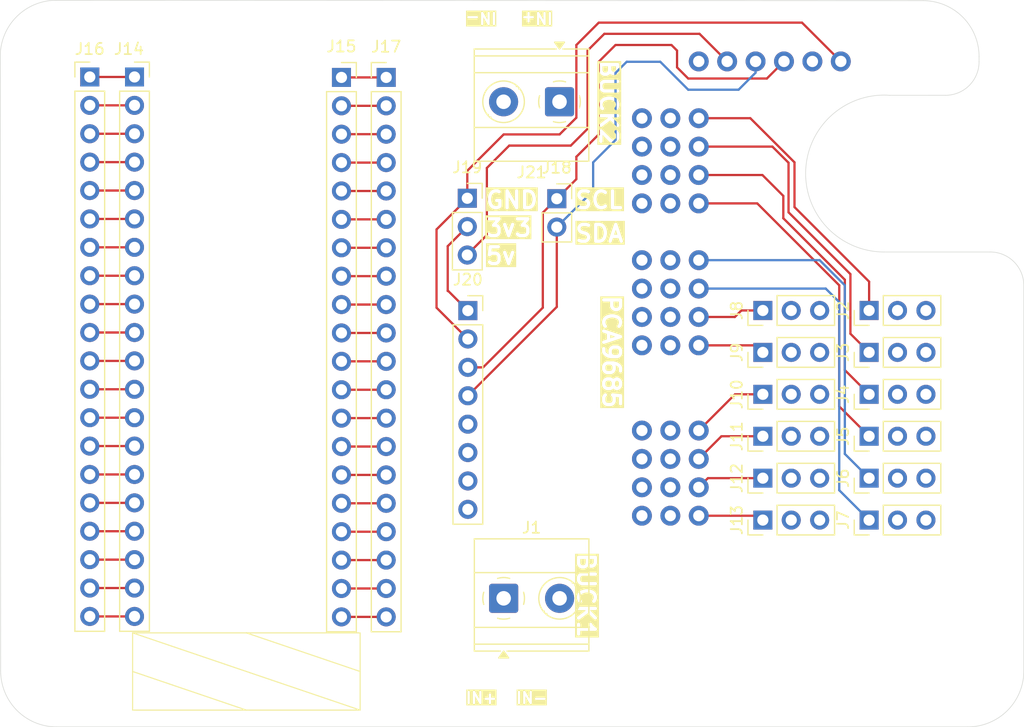
<source format=kicad_pcb>
(kicad_pcb (version 20241229) (generator "pcbnew") (generator_version "9.0")
  (layers (0 "F.Cu" signal) (4 "In1.Cu" signal) (6 "In2.Cu" signal) (2 "B.Cu" signal) (13 "F.Paste" user) (15 "B.Paste" user) (5 "F.SilkS" user "F.Silkscreen") (7 "B.SilkS" user "B.Silkscreen") (1 "F.Mask" user) (3 "B.Mask" user) (25 "Edge.Cuts" user))
  (net 0 "")
  (net 1 "/S1-GND")
  (net 2 "/S1-PWR")
  (net 3 "/PWM-0")
  (net 4 "/PWM-1")
  (net 5 "/PWM-2")
  (net 6 "/PWM-3")
  (net 7 "/PWM-4")
  (net 8 "/PWM-5")
  (net 9 "/PWM-6")
  (net 10 "/S2-PWR")
  (net 11 "/S2-GND")
  (net 12 "/PWM-7")
  (net 13 "/PWM-8")
  (net 14 "/PWM-9")
  (net 15 "/PWM-10")
  (net 16 "/PWM-11")
  (net 17 "/ESP-32Pin")
  (net 18 "/Global SDA")
  (net 19 "/Global SCL")
  (net 20 "/ESP32-5v")
  (net 21 "/ESP32-GND")
  (net 22 "/ESP32-3v3")
  (footprint "Connector_PinHeader_2.54mm:PinHeader_1x03_P2.54mm_Vertical" (layer "F.Cu") (at 146.17 88 90)
    (property "Reference" "J9" (at 0 -2.33 90) (layer "F.SilkS"))
    (property "Value" "Conn_01x03_MountingPin")
    (pad "1" thru_hole rect (at 0 0 90) (size 1.7 1.7) (drill 1) (layers "*.Cu" "*.Mask") (net 12 "/PWM-7"))
    (pad "2" thru_hole oval (at 0 2.54 90) (size 1.7 1.7) (drill 1) (layers "*.Cu" "*.Mask") (net 10 "/S2-PWR"))
    (pad "3" thru_hole oval (at 0 5.08 90) (size 1.7 1.7) (drill 1) (layers "*.Cu" "*.Mask") (net 11 "/S2-GND"))
  )
  (footprint "Connector_PinSocket_2.54mm:PinSocket_1x20_P2.54mm_Vertical" (layer "F.Cu") (at 90 63.36)
    (property "Reference" "J14" (at -0.5 -2.5 0) (layer "F.SilkS"))
    (property "Value" "Conn_01x20_Socket")
    (pad "1" thru_hole rect (at 0 0) (size 1.7 1.7) (drill 1) (layers "*.Cu" "*.Mask") (net 17 "/ESP-32Pin"))
    (pad "2" thru_hole oval (at 0 2.54) (size 1.7 1.7) (drill 1) (layers "*.Cu" "*.Mask") (net 17 "/ESP-32Pin"))
    (pad "3" thru_hole oval (at 0 5.08) (size 1.7 1.7) (drill 1) (layers "*.Cu" "*.Mask") (net 17 "/ESP-32Pin"))
    (pad "4" thru_hole oval (at 0 7.62) (size 1.7 1.7) (drill 1) (layers "*.Cu" "*.Mask") (net 17 "/ESP-32Pin"))
    (pad "5" thru_hole oval (at 0 10.16) (size 1.7 1.7) (drill 1) (layers "*.Cu" "*.Mask") (net 17 "/ESP-32Pin"))
    (pad "6" thru_hole oval (at 0 12.7) (size 1.7 1.7) (drill 1) (layers "*.Cu" "*.Mask") (net 17 "/ESP-32Pin"))
    (pad "7" thru_hole oval (at 0 15.24) (size 1.7 1.7) (drill 1) (layers "*.Cu" "*.Mask") (net 17 "/ESP-32Pin"))
    (pad "8" thru_hole oval (at 0 17.78) (size 1.7 1.7) (drill 1) (layers "*.Cu" "*.Mask") (net 17 "/ESP-32Pin"))
    (pad "9" thru_hole oval (at 0 20.32) (size 1.7 1.7) (drill 1) (layers "*.Cu" "*.Mask") (net 17 "/ESP-32Pin"))
    (pad "10" thru_hole oval (at 0 22.86) (size 1.7 1.7) (drill 1) (layers "*.Cu" "*.Mask") (net 17 "/ESP-32Pin"))
    (pad "11" thru_hole oval (at 0 25.4) (size 1.7 1.7) (drill 1) (layers "*.Cu" "*.Mask") (net 17 "/ESP-32Pin"))
    (pad "12" thru_hole oval (at 0 27.94) (size 1.7 1.7) (drill 1) (layers "*.Cu" "*.Mask") (net 17 "/ESP-32Pin"))
    (pad "13" thru_hole oval (at 0 30.48) (size 1.7 1.7) (drill 1) (layers "*.Cu" "*.Mask") (net 17 "/ESP-32Pin"))
    (pad "14" thru_hole oval (at 0 33.02) (size 1.7 1.7) (drill 1) (layers "*.Cu" "*.Mask") (net 17 "/ESP-32Pin"))
    (pad "15" thru_hole oval (at 0 35.56) (size 1.7 1.7) (drill 1) (layers "*.Cu" "*.Mask") (net 17 "/ESP-32Pin"))
    (pad "16" thru_hole oval (at 0 38.1) (size 1.7 1.7) (drill 1) (layers "*.Cu" "*.Mask") (net 17 "/ESP-32Pin"))
    (pad "17" thru_hole oval (at 0 40.64) (size 1.7 1.7) (drill 1) (layers "*.Cu" "*.Mask") (net 17 "/ESP-32Pin"))
    (pad "18" thru_hole oval (at 0 43.18) (size 1.7 1.7) (drill 1) (layers "*.Cu" "*.Mask") (net 17 "/ESP-32Pin"))
    (pad "19" thru_hole oval (at 0 45.72) (size 1.7 1.7) (drill 1) (layers "*.Cu" "*.Mask") (net 17 "/ESP-32Pin"))
    (pad "20" thru_hole oval (at 0 48.26) (size 1.7 1.7) (drill 1) (layers "*.Cu" "*.Mask") (net 17 "/ESP-32Pin"))
  )
  (footprint "Connector_PinHeader_2.54mm:PinHeader_1x03_P2.54mm_Vertical" (layer "F.Cu") (at 155.67 99.25 90)
    (property "Reference" "J6" (at 0 -2.33 90) (layer "F.SilkS"))
    (property "Value" "Conn_01x03_MountingPin")
    (pad "1" thru_hole rect (at 0 0 90) (size 1.7 1.7) (drill 1) (layers "*.Cu" "*.Mask") (net 7 "/PWM-4"))
    (pad "2" thru_hole oval (at 0 2.54 90) (size 1.7 1.7) (drill 1) (layers "*.Cu" "*.Mask") (net 2 "/S1-PWR"))
    (pad "3" thru_hole oval (at 0 5.08 90) (size 1.7 1.7) (drill 1) (layers "*.Cu" "*.Mask") (net 1 "/S1-GND"))
  )
  (footprint "Connector_PinSocket_2.54mm:PinSocket_1x02_P2.54mm_Vertical" (layer "F.Cu") (at 127.75 74.25)
    (property "Reference" "J18" (at 0 -2.77 0) (layer "F.SilkS"))
    (property "Value" "Conn_01x02_Pin")
    (pad "1" thru_hole rect (at 0 0) (size 1.7 1.7) (drill 1) (layers "*.Cu" "*.Mask") (net 19 "/Global SCL"))
    (pad "2" thru_hole oval (at 0 2.54) (size 1.7 1.7) (drill 1) (layers "*.Cu" "*.Mask") (net 18 "/Global SDA"))
  )
  (footprint "TerminalBlock_Phoenix:TerminalBlock_Phoenix_MKDS-1,5-2_1x02_P5.00mm_Horizontal" (layer "F.Cu") (at 127.993453 65.5775 180)
    (property "Reference" "J21" (at 2.5 -6.32 0) (layer "F.SilkS"))
    (property "Value" "Screw_Terminal_01x02")
    (pad "1" thru_hole roundrect (at 0 0 180) (size 2.6 2.6) (drill 1.3) (layers "*.Cu" "*.Mask") (roundrect_rratio 0.096154) (net 10 "/S2-PWR"))
    (pad "2" thru_hole circle (at 5 0 180) (size 2.6 2.6) (drill 1.3) (layers "*.Cu" "*.Mask") (net 11 "/S2-GND"))
  )
  (footprint "Connector_PinHeader_2.54mm:PinHeader_1x03_P2.54mm_Vertical" (layer "F.Cu") (at 155.67 91.75 90)
    (property "Reference" "J4" (at 0 -2.33 90) (layer "F.SilkS"))
    (property "Value" "Conn_01x03_MountingPin")
    (pad "1" thru_hole rect (at 0 0 90) (size 1.7 1.7) (drill 1) (layers "*.Cu" "*.Mask") (net 5 "/PWM-2"))
    (pad "2" thru_hole oval (at 0 2.54 90) (size 1.7 1.7) (drill 1) (layers "*.Cu" "*.Mask") (net 2 "/S1-PWR"))
    (pad "3" thru_hole oval (at 0 5.08 90) (size 1.7 1.7) (drill 1) (layers "*.Cu" "*.Mask") (net 1 "/S1-GND"))
  )
  (footprint "Connector_PinHeader_2.54mm:PinHeader_1x20_P2.54mm_Vertical" (layer "F.Cu") (at 112.5 63.4)
    (property "Reference" "J17" (at 0 -2.75 0) (layer "F.SilkS"))
    (property "Value" "Conn_01x20_Pin")
    (pad "1" thru_hole rect (at 0 0) (size 1.7 1.7) (drill 1) (layers "*.Cu" "*.Mask") (net 17 "/ESP-32Pin"))
    (pad "2" thru_hole oval (at 0 2.54) (size 1.7 1.7) (drill 1) (layers "*.Cu" "*.Mask") (net 17 "/ESP-32Pin"))
    (pad "3" thru_hole oval (at 0 5.08) (size 1.7 1.7) (drill 1) (layers "*.Cu" "*.Mask") (net 17 "/ESP-32Pin"))
    (pad "4" thru_hole oval (at 0 7.62) (size 1.7 1.7) (drill 1) (layers "*.Cu" "*.Mask") (net 17 "/ESP-32Pin"))
    (pad "5" thru_hole oval (at 0 10.16) (size 1.7 1.7) (drill 1) (layers "*.Cu" "*.Mask") (net 17 "/ESP-32Pin"))
    (pad "6" thru_hole oval (at 0 12.7) (size 1.7 1.7) (drill 1) (layers "*.Cu" "*.Mask") (net 17 "/ESP-32Pin"))
    (pad "7" thru_hole oval (at 0 15.24) (size 1.7 1.7) (drill 1) (layers "*.Cu" "*.Mask") (net 17 "/ESP-32Pin"))
    (pad "8" thru_hole oval (at 0 17.78) (size 1.7 1.7) (drill 1) (layers "*.Cu" "*.Mask") (net 17 "/ESP-32Pin"))
    (pad "9" thru_hole oval (at 0 20.32) (size 1.7 1.7) (drill 1) (layers "*.Cu" "*.Mask") (net 17 "/ESP-32Pin"))
    (pad "10" thru_hole oval (at 0 22.86) (size 1.7 1.7) (drill 1) (layers "*.Cu" "*.Mask") (net 17 "/ESP-32Pin"))
    (pad "11" thru_hole oval (at 0 25.4) (size 1.7 1.7) (drill 1) (layers "*.Cu" "*.Mask") (net 17 "/ESP-32Pin"))
    (pad "12" thru_hole oval (at 0 27.94) (size 1.7 1.7) (drill 1) (layers "*.Cu" "*.Mask") (net 17 "/ESP-32Pin"))
    (pad "13" thru_hole oval (at 0 30.48) (size 1.7 1.7) (drill 1) (layers "*.Cu" "*.Mask") (net 17 "/ESP-32Pin"))
    (pad "14" thru_hole oval (at 0 33.02) (size 1.7 1.7) (drill 1) (layers "*.Cu" "*.Mask") (net 17 "/ESP-32Pin"))
    (pad "15" thru_hole oval (at 0 35.56) (size 1.7 1.7) (drill 1) (layers "*.Cu" "*.Mask") (net 17 "/ESP-32Pin"))
    (pad "16" thru_hole oval (at 0 38.1) (size 1.7 1.7) (drill 1) (layers "*.Cu" "*.Mask") (net 17 "/ESP-32Pin"))
    (pad "17" thru_hole oval (at 0 40.64) (size 1.7 1.7) (drill 1) (layers "*.Cu" "*.Mask") (net 17 "/ESP-32Pin"))
    (pad "18" thru_hole oval (at 0 43.18) (size 1.7 1.7) (drill 1) (layers "*.Cu" "*.Mask") (net 17 "/ESP-32Pin"))
    (pad "19" thru_hole oval (at 0 45.72) (size 1.7 1.7) (drill 1) (layers "*.Cu" "*.Mask") (net 17 "/ESP-32Pin"))
    (pad "20" thru_hole oval (at 0 48.26) (size 1.7 1.7) (drill 1) (layers "*.Cu" "*.Mask") (net 17 "/ESP-32Pin"))
  )
  (footprint "Connector_PinHeader_2.54mm:PinHeader_1x03_P2.54mm_Vertical" (layer "F.Cu") (at 146.17 103 90)
    (property "Reference" "J13" (at 0 -2.33 90) (layer "F.SilkS"))
    (property "Value" "Conn_01x03_MountingPin")
    (pad "1" thru_hole rect (at 0 0 90) (size 1.7 1.7) (drill 1) (layers "*.Cu" "*.Mask") (net 16 "/PWM-11"))
    (pad "2" thru_hole oval (at 0 2.54 90) (size 1.7 1.7) (drill 1) (layers "*.Cu" "*.Mask") (net 10 "/S2-PWR"))
    (pad "3" thru_hole oval (at 0 5.08 90) (size 1.7 1.7) (drill 1) (layers "*.Cu" "*.Mask") (net 11 "/S2-GND"))
  )
  (footprint "Connector_PinHeader_2.54mm:PinHeader_1x03_P2.54mm_Vertical" (layer "F.Cu") (at 155.67 88 90)
    (property "Reference" "J3" (at 0 -2.33 90) (layer "F.SilkS"))
    (property "Value" "Conn_01x03_MountingPin")
    (pad "1" thru_hole rect (at 0 0 90) (size 1.7 1.7) (drill 1) (layers "*.Cu" "*.Mask") (net 4 "/PWM-1"))
    (pad "2" thru_hole oval (at 0 2.54 90) (size 1.7 1.7) (drill 1) (layers "*.Cu" "*.Mask") (net 2 "/S1-PWR"))
    (pad "3" thru_hole oval (at 0 5.08 90) (size 1.7 1.7) (drill 1) (layers "*.Cu" "*.Mask") (net 1 "/S1-GND"))
  )
  (footprint "Connector_PinSocket_2.54mm:PinSocket_1x20_P2.54mm_Vertical" (layer "F.Cu") (at 108.5 63.4)
    (property "Reference" "J15" (at 0 -2.77 0) (layer "F.SilkS"))
    (property "Value" "Conn_01x20_Socket")
    (pad "1" thru_hole rect (at 0 0) (size 1.7 1.7) (drill 1) (layers "*.Cu" "*.Mask") (net 17 "/ESP-32Pin"))
    (pad "2" thru_hole oval (at 0 2.54) (size 1.7 1.7) (drill 1) (layers "*.Cu" "*.Mask") (net 17 "/ESP-32Pin"))
    (pad "3" thru_hole oval (at 0 5.08) (size 1.7 1.7) (drill 1) (layers "*.Cu" "*.Mask") (net 17 "/ESP-32Pin"))
    (pad "4" thru_hole oval (at 0 7.62) (size 1.7 1.7) (drill 1) (layers "*.Cu" "*.Mask") (net 17 "/ESP-32Pin"))
    (pad "5" thru_hole oval (at 0 10.16) (size 1.7 1.7) (drill 1) (layers "*.Cu" "*.Mask") (net 17 "/ESP-32Pin"))
    (pad "6" thru_hole oval (at 0 12.7) (size 1.7 1.7) (drill 1) (layers "*.Cu" "*.Mask") (net 17 "/ESP-32Pin"))
    (pad "7" thru_hole oval (at 0 15.24) (size 1.7 1.7) (drill 1) (layers "*.Cu" "*.Mask") (net 17 "/ESP-32Pin"))
    (pad "8" thru_hole oval (at 0 17.78) (size 1.7 1.7) (drill 1) (layers "*.Cu" "*.Mask") (net 17 "/ESP-32Pin"))
    (pad "9" thru_hole oval (at 0 20.32) (size 1.7 1.7) (drill 1) (layers "*.Cu" "*.Mask") (net 17 "/ESP-32Pin"))
    (pad "10" thru_hole oval (at 0 22.86) (size 1.7 1.7) (drill 1) (layers "*.Cu" "*.Mask") (net 17 "/ESP-32Pin"))
    (pad "11" thru_hole oval (at 0 25.4) (size 1.7 1.7) (drill 1) (layers "*.Cu" "*.Mask") (net 17 "/ESP-32Pin"))
    (pad "12" thru_hole oval (at 0 27.94) (size 1.7 1.7) (drill 1) (layers "*.Cu" "*.Mask") (net 17 "/ESP-32Pin"))
    (pad "13" thru_hole oval (at 0 30.48) (size 1.7 1.7) (drill 1) (layers "*.Cu" "*.Mask") (net 17 "/ESP-32Pin"))
    (pad "14" thru_hole oval (at 0 33.02) (size 1.7 1.7) (drill 1) (layers "*.Cu" "*.Mask") (net 17 "/ESP-32Pin"))
    (pad "15" thru_hole oval (at 0 35.56) (size 1.7 1.7) (drill 1) (layers "*.Cu" "*.Mask") (net 17 "/ESP-32Pin"))
    (pad "16" thru_hole oval (at 0 38.1) (size 1.7 1.7) (drill 1) (layers "*.Cu" "*.Mask") (net 17 "/ESP-32Pin"))
    (pad "17" thru_hole oval (at 0 40.64) (size 1.7 1.7) (drill 1) (layers "*.Cu" "*.Mask") (net 17 "/ESP-32Pin"))
    (pad "18" thru_hole oval (at 0 43.18) (size 1.7 1.7) (drill 1) (layers "*.Cu" "*.Mask") (net 17 "/ESP-32Pin"))
    (pad "19" thru_hole oval (at 0 45.72) (size 1.7 1.7) (drill 1) (layers "*.Cu" "*.Mask") (net 17 "/ESP-32Pin"))
    (pad "20" thru_hole oval (at 0 48.26) (size 1.7 1.7) (drill 1) (layers "*.Cu" "*.Mask") (net 17 "/ESP-32Pin"))
  )
  (footprint "Connector_PinHeader_2.54mm:PinHeader_1x03_P2.54mm_Vertical" (layer "F.Cu") (at 146.17 95.5 90)
    (property "Reference" "J11" (at 0 -2.33 90) (layer "F.SilkS"))
    (property "Value" "Conn_01x03_MountingPin")
    (pad "1" thru_hole rect (at 0 0 90) (size 1.7 1.7) (drill 1) (layers "*.Cu" "*.Mask") (net 14 "/PWM-9"))
    (pad "2" thru_hole oval (at 0 2.54 90) (size 1.7 1.7) (drill 1) (layers "*.Cu" "*.Mask") (net 10 "/S2-PWR"))
    (pad "3" thru_hole oval (at 0 5.08 90) (size 1.7 1.7) (drill 1) (layers "*.Cu" "*.Mask") (net 11 "/S2-GND"))
  )
  (footprint "TerminalBlock_Phoenix:TerminalBlock_Phoenix_MKDS-1,5-2_1x02_P5.00mm_Horizontal" (layer "F.Cu") (at 123 110)
    (property "Reference" "J1" (at 2.5 -6.32 0) (layer "F.SilkS"))
    (property "Value" "Screw_Terminal_01x02")
    (pad "1" thru_hole roundrect (at 0 0) (size 2.6 2.6) (drill 1.3) (layers "*.Cu" "*.Mask") (roundrect_rratio 0.096154) (net 2 "/S1-PWR"))
    (pad "2" thru_hole circle (at 5 0) (size 2.6 2.6) (drill 1.3) (layers "*.Cu" "*.Mask") (net 1 "/S1-GND"))
  )
  (footprint "Connector_PinHeader_2.54mm:PinHeader_1x20_P2.54mm_Vertical" (layer "F.Cu") (at 86 63.36)
    (property "Reference" "J16" (at 0 -2.5 0) (layer "F.SilkS"))
    (property "Value" "Conn_01x20_Pin")
    (pad "1" thru_hole rect (at 0 0) (size 1.7 1.7) (drill 1) (layers "*.Cu" "*.Mask") (net 17 "/ESP-32Pin"))
    (pad "2" thru_hole oval (at 0 2.54) (size 1.7 1.7) (drill 1) (layers "*.Cu" "*.Mask") (net 17 "/ESP-32Pin"))
    (pad "3" thru_hole oval (at 0 5.08) (size 1.7 1.7) (drill 1) (layers "*.Cu" "*.Mask") (net 17 "/ESP-32Pin"))
    (pad "4" thru_hole oval (at 0 7.62) (size 1.7 1.7) (drill 1) (layers "*.Cu" "*.Mask") (net 17 "/ESP-32Pin"))
    (pad "5" thru_hole oval (at 0 10.16) (size 1.7 1.7) (drill 1) (layers "*.Cu" "*.Mask") (net 17 "/ESP-32Pin"))
    (pad "6" thru_hole oval (at 0 12.7) (size 1.7 1.7) (drill 1) (layers "*.Cu" "*.Mask") (net 17 "/ESP-32Pin"))
    (pad "7" thru_hole oval (at 0 15.24) (size 1.7 1.7) (drill 1) (layers "*.Cu" "*.Mask") (net 17 "/ESP-32Pin"))
    (pad "8" thru_hole oval (at 0 17.78) (size 1.7 1.7) (drill 1) (layers "*.Cu" "*.Mask") (net 17 "/ESP-32Pin"))
    (pad "9" thru_hole oval (at 0 20.32) (size 1.7 1.7) (drill 1) (layers "*.Cu" "*.Mask") (net 17 "/ESP-32Pin"))
    (pad "10" thru_hole oval (at 0 22.86) (size 1.7 1.7) (drill 1) (layers "*.Cu" "*.Mask") (net 17 "/ESP-32Pin"))
    (pad "11" thru_hole oval (at 0 25.4) (size 1.7 1.7) (drill 1) (layers "*.Cu" "*.Mask") (net 17 "/ESP-32Pin"))
    (pad "12" thru_hole oval (at 0 27.94) (size 1.7 1.7) (drill 1) (layers "*.Cu" "*.Mask") (net 17 "/ESP-32Pin"))
    (pad "13" thru_hole oval (at 0 30.48) (size 1.7 1.7) (drill 1) (layers "*.Cu" "*.Mask") (net 17 "/ESP-32Pin"))
    (pad "14" thru_hole oval (at 0 33.02) (size 1.7 1.7) (drill 1) (layers "*.Cu" "*.Mask") (net 17 "/ESP-32Pin"))
    (pad "15" thru_hole oval (at 0 35.56) (size 1.7 1.7) (drill 1) (layers "*.Cu" "*.Mask") (net 17 "/ESP-32Pin"))
    (pad "16" thru_hole oval (at 0 38.1) (size 1.7 1.7) (drill 1) (layers "*.Cu" "*.Mask") (net 17 "/ESP-32Pin"))
    (pad "17" thru_hole oval (at 0 40.64) (size 1.7 1.7) (drill 1) (layers "*.Cu" "*.Mask") (net 17 "/ESP-32Pin"))
    (pad "18" thru_hole oval (at 0 43.18) (size 1.7 1.7) (drill 1) (layers "*.Cu" "*.Mask") (net 17 "/ESP-32Pin"))
    (pad "19" thru_hole oval (at 0 45.72) (size 1.7 1.7) (drill 1) (layers "*.Cu" "*.Mask") (net 17 "/ESP-32Pin"))
    (pad "20" thru_hole oval (at 0 48.26) (size 1.7 1.7) (drill 1) (layers "*.Cu" "*.Mask") (net 17 "/ESP-32Pin"))
  )
  (footprint "Connector_PinHeader_2.54mm:PinHeader_1x03_P2.54mm_Vertical" (layer "F.Cu") (at 146.17 84.25 90)
    (property "Reference" "J8" (at 0 -2.33 90) (layer "F.SilkS"))
    (property "Value" "Conn_01x03_MountingPin")
    (pad "1" thru_hole rect (at 0 0 90) (size 1.7 1.7) (drill 1) (layers "*.Cu" "*.Mask") (net 9 "/PWM-6"))
    (pad "2" thru_hole oval (at 0 2.54 90) (size 1.7 1.7) (drill 1) (layers "*.Cu" "*.Mask") (net 10 "/S2-PWR"))
    (pad "3" thru_hole oval (at 0 5.08 90) (size 1.7 1.7) (drill 1) (layers "*.Cu" "*.Mask") (net 11 "/S2-GND"))
  )
  (footprint "Connector_PinHeader_2.54mm:PinHeader_1x03_P2.54mm_Vertical" (layer "F.Cu") (at 155.67 95.5 90)
    (property "Reference" "J5" (at 0 -2.33 90) (layer "F.SilkS"))
    (property "Value" "Conn_01x03_MountingPin")
    (pad "1" thru_hole rect (at 0 0 90) (size 1.7 1.7) (drill 1) (layers "*.Cu" "*.Mask") (net 6 "/PWM-3"))
    (pad "2" thru_hole oval (at 0 2.54 90) (size 1.7 1.7) (drill 1) (layers "*.Cu" "*.Mask") (net 2 "/S1-PWR"))
    (pad "3" thru_hole oval (at 0 5.08 90) (size 1.7 1.7) (drill 1) (layers "*.Cu" "*.Mask") (net 1 "/S1-GND"))
  )
  (footprint "Connector_PinHeader_2.54mm:PinHeader_1x03_P2.54mm_Vertical" (layer "F.Cu") (at 146.17 91.75 90)
    (property "Reference" "J10" (at 0 -2.33 90) (layer "F.SilkS"))
    (property "Value" "Conn_01x03_MountingPin")
    (pad "1" thru_hole rect (at 0 0 90) (size 1.7 1.7) (drill 1) (layers "*.Cu" "*.Mask") (net 13 "/PWM-8"))
    (pad "2" thru_hole oval (at 0 2.54 90) (size 1.7 1.7) (drill 1) (layers "*.Cu" "*.Mask") (net 10 "/S2-PWR"))
    (pad "3" thru_hole oval (at 0 5.08 90) (size 1.7 1.7) (drill 1) (layers "*.Cu" "*.Mask") (net 11 "/S2-GND"))
  )
  (footprint "Connector_PinSocket_2.54mm:PinSocket_1x08_P2.54mm_Vertical" (layer "F.Cu") (at 119.8 84.26)
    (property "Reference" "J20" (at 0 -2.77 0) (layer "F.SilkS"))
    (property "Value" "Conn_01x08_Pin")
    (pad "1" thru_hole rect (at 0 0) (size 1.7 1.7) (drill 1) (layers "*.Cu" "*.Mask") (net 22 "/ESP32-3v3"))
    (pad "2" thru_hole oval (at 0 2.54) (size 1.7 1.7) (drill 1) (layers "*.Cu" "*.Mask") (net 21 "/ESP32-GND"))
    (pad "3" thru_hole oval (at 0 5.08) (size 1.7 1.7) (drill 1) (layers "*.Cu" "*.Mask") (net 19 "/Global SCL"))
    (pad "4" thru_hole oval (at 0 7.62) (size 1.7 1.7) (drill 1) (layers "*.Cu" "*.Mask") (net 18 "/Global SDA"))
    (pad "5" thru_hole oval (at 0 10.16) (size 1.7 1.7) (drill 1) (layers "*.Cu" "*.Mask"))
    (pad "6" thru_hole oval (at 0 12.7) (size 1.7 1.7) (drill 1) (layers "*.Cu" "*.Mask"))
    (pad "7" thru_hole oval (at 0 15.24) (size 1.7 1.7) (drill 1) (layers "*.Cu" "*.Mask"))
    (pad "8" thru_hole oval (at 0 17.78) (size 1.7 1.7) (drill 1) (layers "*.Cu" "*.Mask"))
  )
  (footprint "Connector_PinHeader_2.54mm:PinHeader_1x03_P2.54mm_Vertical" (layer "F.Cu") (at 146.17 99.25 90)
    (property "Reference" "J12" (at 0 -2.33 90) (layer "F.SilkS"))
    (property "Value" "Conn_01x03_MountingPin")
    (pad "1" thru_hole rect (at 0 0 90) (size 1.7 1.7) (drill 1) (layers "*.Cu" "*.Mask") (net 15 "/PWM-10"))
    (pad "2" thru_hole oval (at 0 2.54 90) (size 1.7 1.7) (drill 1) (layers "*.Cu" "*.Mask") (net 10 "/S2-PWR"))
    (pad "3" thru_hole oval (at 0 5.08 90) (size 1.7 1.7) (drill 1) (layers "*.Cu" "*.Mask") (net 11 "/S2-GND"))
  )
  (footprint "Connector_PinSocket_2.54mm:PinSocket_1x03_P2.54mm_Vertical" (layer "F.Cu") (at 119.75 74.21)
    (property "Reference" "J19" (at 0 -2.77 0) (layer "F.SilkS"))
    (property "Value" "Conn_01x03_Pin")
    (pad "1" thru_hole rect (at 0 0) (size 1.7 1.7) (drill 1) (layers "*.Cu" "*.Mask") (net 21 "/ESP32-GND"))
    (pad "2" thru_hole oval (at 0 2.54) (size 1.7 1.7) (drill 1) (layers "*.Cu" "*.Mask") (net 22 "/ESP32-3v3"))
    (pad "3" thru_hole oval (at 0 5.08) (size 1.7 1.7) (drill 1) (layers "*.Cu" "*.Mask") (net 20 "/ESP32-5v"))
  )
  (footprint "Connector_PinHeader_2.54mm:PinHeader_1x03_P2.54mm_Vertical" (layer "F.Cu") (at 155.67 103 90)
    (property "Reference" "J7" (at 0 -2.33 90) (layer "F.SilkS"))
    (property "Value" "Conn_01x03_MountingPin")
    (pad "1" thru_hole rect (at 0 0 90) (size 1.7 1.7) (drill 1) (layers "*.Cu" "*.Mask") (net 8 "/PWM-5"))
    (pad "2" thru_hole oval (at 0 2.54 90) (size 1.7 1.7) (drill 1) (layers "*.Cu" "*.Mask") (net 2 "/S1-PWR"))
    (pad "3" thru_hole oval (at 0 5.08 90) (size 1.7 1.7) (drill 1) (layers "*.Cu" "*.Mask") (net 1 "/S1-GND"))
  )
  (footprint "spotmicro:MODULE_815" (layer "F.Cu") (at 146.663 91.18 -90)
    (property "Reference" "U2" (hide yes))
    (property "Value" "PCA9685" (hide yes))
    (pad "0" thru_hole circle (at -24.13 6.223 270) (size 1.778 1.778) (drill 1) (layers "*.Cu" "*.Mask") (net 3 "/PWM-0"))
    (pad "1" thru_hole circle (at -21.59 6.223 270) (size 1.778 1.778) (drill 1) (layers "*.Cu" "*.Mask") (net 4 "/PWM-1"))
    (pad "2" thru_hole circle (at -19.05 6.223 270) (size 1.778 1.778) (drill 1) (layers "*.Cu" "*.Mask") (net 5 "/PWM-2"))
    (pad "3" thru_hole circle (at -16.51 6.223 270) (size 1.778 1.778) (drill 1) (layers "*.Cu" "*.Mask") (net 6 "/PWM-3"))
    (pad "4" thru_hole circle (at -11.43 6.223 270) (size 1.778 1.778) (drill 1) (layers "*.Cu" "*.Mask") (net 7 "/PWM-4"))
    (pad "5" thru_hole circle (at -8.89 6.223 270) (size 1.778 1.778) (drill 1) (layers "*.Cu" "*.Mask") (net 8 "/PWM-5"))
    (pad "6" thru_hole circle (at -6.35 6.223 270) (size 1.778 1.778) (drill 1) (layers "*.Cu" "*.Mask") (net 9 "/PWM-6"))
    (pad "7" thru_hole circle (at -3.81 6.223 270) (size 1.778 1.778) (drill 1) (layers "*.Cu" "*.Mask") (net 12 "/PWM-7"))
    (pad "8" thru_hole circle (at 3.81 6.223 270) (size 1.778 1.778) (drill 1) (layers "*.Cu" "*.Mask") (net 13 "/PWM-8"))
    (pad "9" thru_hole circle (at 6.35 6.223 270) (size 1.778 1.778) (drill 1) (layers "*.Cu" "*.Mask") (net 14 "/PWM-9"))
    (pad "10" thru_hole circle (at 8.89 6.223 270) (size 1.778 1.778) (drill 1) (layers "*.Cu" "*.Mask") (net 15 "/PWM-10"))
    (pad "11" thru_hole circle (at 11.43 6.223 270) (size 1.778 1.778) (drill 1) (layers "*.Cu" "*.Mask") (net 16 "/PWM-11"))
    (pad "GND_1" thru_hole circle (at -29.21 -6.477 270) (size 1.778 1.778) (drill 1.016) (layers "*.Cu" "*.Mask") (net 21 "/ESP32-GND"))
    (pad "GND_3" thru_hole circle (at -24.13 11.303 270) (size 1.778 1.778) (drill 1) (layers "*.Cu" "*.Mask"))
    (pad "GND_4" thru_hole circle (at -21.59 11.303 270) (size 1.778 1.778) (drill 1) (layers "*.Cu" "*.Mask"))
    (pad "GND_5" thru_hole circle (at -19.05 11.303 270) (size 1.778 1.778) (drill 1) (layers "*.Cu" "*.Mask"))
    (pad "GND_6" thru_hole circle (at -16.51 11.303 270) (size 1.778 1.778) (drill 1) (layers "*.Cu" "*.Mask"))
    (pad "GND_7" thru_hole circle (at -11.43 11.303 270) (size 1.778 1.778) (drill 1) (layers "*.Cu" "*.Mask"))
    (pad "GND_8" thru_hole circle (at -8.89 11.303 270) (size 1.778 1.778) (drill 1) (layers "*.Cu" "*.Mask"))
    (pad "GND_9" thru_hole circle (at -6.35 11.303 270) (size 1.778 1.778) (drill 1) (layers "*.Cu" "*.Mask"))
    (pad "GND_10" thru_hole circle (at -3.81 11.303 270) (size 1.778 1.778) (drill 1) (layers "*.Cu" "*.Mask"))
    (pad "GND_11" thru_hole circle (at 3.81 11.303 270) (size 1.778 1.778) (drill 1) (layers "*.Cu" "*.Mask"))
    (pad "GND_12" thru_hole circle (at 6.35 11.303 270) (size 1.778 1.778) (drill 1) (layers "*.Cu" "*.Mask"))
    (pad "GND_13" thru_hole circle (at 8.89 11.303 270) (size 1.778 1.778) (drill 1) (layers "*.Cu" "*.Mask"))
    (pad "GND_14" thru_hole circle (at 11.43 11.303 270) (size 1.778 1.778) (drill 1) (layers "*.Cu" "*.Mask"))
    (pad "OE_1" thru_hole circle (at -29.21 -3.937 270) (size 1.778 1.778) (drill 1.016) (layers "*.Cu" "*.Mask"))
    (pad "SCL_1" thru_hole circle (at -29.21 -1.397 270) (size 1.778 1.778) (drill 1.016) (layers "*.Cu" "*.Mask") (net 19 "/Global SCL"))
    (pad "SDA_1" thru_hole circle (at -29.21 1.143 270) (size 1.778 1.778) (drill 1.016) (layers "*.Cu" "*.Mask") (net 18 "/Global SDA"))
    (pad "V+_1" thru_hole circle (at -29.21 6.223 270) (size 1.778 1.778) (drill 1.016) (layers "*.Cu" "*.Mask"))
    (pad "V+_3" thru_hole circle (at -24.13 8.763 270) (size 1.778 1.778) (drill 1) (layers "*.Cu" "*.Mask"))
    (pad "V+_4" thru_hole circle (at -21.59 8.763 270) (size 1.778 1.778) (drill 1) (layers "*.Cu" "*.Mask"))
    (pad "V+_5" thru_hole circle (at -19.05 8.763 270) (size 1.778 1.778) (drill 1) (layers "*.Cu" "*.Mask"))
    (pad "V+_6" thru_hole circle (at -16.51 8.763 270) (size 1.778 1.778) (drill 1) (layers "*.Cu" "*.Mask"))
    (pad "V+_7" thru_hole circle (at -11.43 8.763 270) (size 1.778 1.778) (drill 1) (layers "*.Cu" "*.Mask"))
    (pad "V+_8" thru_hole circle (at -8.89 8.763 270) (size 1.778 1.778) (drill 1) (layers "*.Cu" "*.Mask"))
    (pad "V+_9" thru_hole circle (at -6.35 8.763 270) (size 1.778 1.778) (drill 1) (layers "*.Cu" "*.Mask"))
    (pad "V+_10" thru_hole circle (at -3.81 8.763 270) (size 1.778 1.778) (drill 1) (layers "*.Cu" "*.Mask"))
    (pad "V+_11" thru_hole circle (at 3.81 8.763 270) (size 1.778 1.778) (drill 1) (layers "*.Cu" "*.Mask"))
    (pad "V+_12" thru_hole circle (at 6.35 8.763 270) (size 1.778 1.778) (drill 1) (layers "*.Cu" "*.Mask"))
    (pad "V+_13" thru_hole circle (at 8.89 8.763 270) (size 1.778 1.778) (drill 1) (layers "*.Cu" "*.Mask"))
    (pad "V+_14" thru_hole circle (at 11.43 8.763 270) (size 1.778 1.778) (drill 1) (layers "*.Cu" "*.Mask"))
    (pad "VCC_1" thru_hole circle (at -29.21 3.683 270) (size 1.778 1.778) (drill 1.016) (layers "*.Cu" "*.Mask") (net 20 "/ESP32-5v"))
  )
  (footprint "Connector_PinHeader_2.54mm:PinHeader_1x03_P2.54mm_Vertical" (layer "F.Cu") (at 155.67 84.25 90)
    (property "Reference" "J2" (at 0 -2.33 90) (layer "F.SilkS"))
    (property "Value" "Conn_01x03_MountingPin")
    (pad "1" thru_hole rect (at 0 0 90) (size 1.7 1.7) (drill 1) (layers "*.Cu" "*.Mask") (net 3 "/PWM-0"))
    (pad "2" thru_hole oval (at 0 2.54 90) (size 1.7 1.7) (drill 1) (layers "*.Cu" "*.Mask") (net 2 "/S1-PWR"))
    (pad "3" thru_hole oval (at 0 5.08 90) (size 1.7 1.7) (drill 1) (layers "*.Cu" "*.Mask") (net 1 "/S1-GND"))
  )
  (gr_line (start 89.83 113.09) (end 110.17 120) (stroke (width 0.1)) (layer "F.SilkS"))
  (gr_line (start 100 113.09) (end 110.17 116.545) (stroke (width 0.1)) (layer "F.SilkS"))
  (gr_line (start 89.83 116.545) (end 100 120) (stroke (width 0.1)) (layer "F.SilkS"))
  (gr_rect (start 89.83 113.09) (end 110.17 120) (stroke (width 0.1)) (fill no) (layer "F.SilkS"))
  (gr_arc (start 83.035534 121.5) (mid 79.5 120.035534) (end 78.035534 116.5) (stroke (width 0.05)) (layer "Edge.Cuts"))
  (gr_line (start 157.013374 79.017993) (end 166.5 79.017831) (stroke (width 0.05)) (layer "Edge.Cuts"))
  (gr_line (start 165.499995 61.535534) (end 165.5 62) (stroke (width 0.05)) (layer "Edge.Cuts"))
  (gr_arc (start 157.013374 79.017993) (mid 150 71.75) (end 157.513374 65.000159) (stroke (width 0.05)) (layer "Edge.Cuts"))
  (gr_line (start 83.035534 121.5) (end 164.5 121.5) (stroke (width 0.05)) (layer "Edge.Cuts"))
  (gr_line (start 157.513374 65.000162) (end 162.5 65) (stroke (width 0.05)) (layer "Edge.Cuts"))
  (gr_line (start 169.5 82.017831) (end 169.5 116.5) (stroke (width 0.05)) (layer "Edge.Cuts"))
  (gr_arc (start 165.5 62) (mid 164.62132 64.12132) (end 162.5 65) (stroke (width 0.05)) (layer "Edge.Cuts"))
  (gr_line (start 78 61.5) (end 78.035534 116.5) (stroke (width 0.05)) (layer "Edge.Cuts"))
  (gr_arc (start 78 61.5) (mid 79.464466 57.964466) (end 83 56.5) (stroke (width 0.05)) (layer "Edge.Cuts"))
  (gr_line (start 160.499995 56.535534) (end 83 56.5) (stroke (width 0.05)) (layer "Edge.Cuts"))
  (gr_arc (start 160.499995 56.535534) (mid 164.035529 58) (end 165.499995 61.535534) (stroke (width 0.05)) (layer "Edge.Cuts"))
  (gr_arc (start 166.5 79.017831) (mid 168.62132 79.896511) (end 169.5 82.017831) (stroke (width 0.05)) (layer "Edge.Cuts"))
  (gr_arc (start 169.5 116.5) (mid 168.035534 120.035534) (end 164.5 121.5) (stroke (width 0.05)) (layer "Edge.Cuts"))
  (gr_text "SDA" (at 129.25 78.25 0) (layer "F.SilkS" knockout) (effects (font (size 1.5 1.5) (thickness 0.3) (bold yes)) (justify left bottom)))
  (gr_text "PCA9685" (at 131.75 82.75 270) (layer "F.SilkS" knockout) (effects (font (size 1.5 1.5) (thickness 0.3) (bold yes)) (justify left bottom)))
  (gr_text "IN+" (at 119.5 119.5 0) (layer "F.SilkS" knockout) (effects (font (size 1 1) (thickness 0.2) (bold yes)) (justify left bottom)))
  (gr_text "GND" (at 121.25 75.25 0) (layer "F.SilkS" knockout) (effects (font (size 1.5 1.5) (thickness 0.3) (bold yes)) (justify left bottom)))
  (gr_text "SCL" (at 129.25 75.25 0) (layer "F.SilkS" knockout) (effects (font (size 1.5 1.5) (thickness 0.3) (bold yes)) (justify left bottom)))
  (gr_text "IN-" (at 124 119.5 0) (layer "F.SilkS" knockout) (effects (font (size 1 1) (thickness 0.2) (bold yes)) (justify left bottom)))
  (gr_text "BUCK2" (at 131.493453 61.7 270) (layer "F.SilkS" knockout) (effects (font (size 1.5 1.5) (thickness 0.3) (bold yes)) (justify left bottom)))
  (gr_text "IN+" (at 127.5 57.5 180) (layer "F.SilkS" knockout) (effects (font (size 1 1) (thickness 0.2) (bold yes)) (justify left bottom)))
  (gr_text "5v" (at 121.25 80.25 0) (layer "F.SilkS" knockout) (effects (font (size 1.5 1.5) (thickness 0.3) (bold yes)) (justify left bottom)))
  (gr_text "3v3" (at 121.25 77.75 0) (layer "F.SilkS" knockout) (effects (font (size 1.5 1.5) (thickness 0.3) (bold yes)) (justify left bottom)))
  (gr_text "BUCK1" (at 129.5 105.7775 270) (layer "F.SilkS" knockout) (effects (font (size 1.5 1.5) (thickness 0.3) (bold yes)) (justify left bottom)))
  (gr_text "IN-" (at 122.5 57.5 180) (layer "F.SilkS" knockout) (effects (font (size 1 1) (thickness 0.2) (bold yes)) (justify left bottom)))
  (segment (start 149 71) (end 149 75) (width 0.2) (layer "F.Cu") (net 3))
  (segment (start 145.05 67.05) (end 149 71) (width 0.2) (layer "F.Cu") (net 3))
  (segment (start 149 75) (end 155.67 81.67) (width 0.2) (layer "F.Cu") (net 3))
  (segment (start 140.44 67.05) (end 145.05 67.05) (width 0.2) (layer "F.Cu") (net 3))
  (segment (start 155.67 81.67) (end 155.67 84.25) (width 0.2) (layer "F.Cu") (net 3))
  (segment (start 148.467157 71.032843) (end 148.467157 75.467157) (width 0.2) (layer "F.Cu") (net 4))
  (segment (start 148.467157 75.467157) (end 154 81) (width 0.2) (layer "F.Cu") (net 4))
  (segment (start 154 86.33) (end 155.67 88) (width 0.2) (layer "F.Cu") (net 4))
  (segment (start 147.024314 69.59) (end 148.467157 71.032843) (width 0.2) (layer "F.Cu") (net 4))
  (segment (start 154 81) (end 154 86.33) (width 0.2) (layer "F.Cu") (net 4))
  (segment (start 140.44 69.59) (end 147.024314 69.59) (width 0.2) (layer "F.Cu") (net 4))
  (segment (start 155.67 91.75) (end 153.5 89.58) (width 0.2) (layer "F.Cu") (net 5))
  (segment (start 153.5 89.58) (end 153.5 81.5) (width 0.2) (layer "F.Cu") (net 5))
  (segment (start 148 74) (end 146.13 72.13) (width 0.2) (layer "F.Cu") (net 5))
  (segment (start 146.13 72.13) (end 140.44 72.13) (width 0.2) (layer "F.Cu") (net 5))
  (segment (start 148 76) (end 148 74) (width 0.2) (layer "F.Cu") (net 5))
  (segment (start 153.5 81.5) (end 148 76) (width 0.2) (layer "F.Cu") (net 5))
  (segment (start 153 92.83) (end 155.67 95.5) (width 0.2) (layer "F.Cu") (net 6))
  (segment (start 145.67 74.67) (end 153 82) (width 0.2) (layer "F.Cu") (net 6))
  (segment (start 140.44 74.67) (end 145.67 74.67) (width 0.2) (layer "F.Cu") (net 6))
  (segment (start 153 82) (end 153 92.83) (width 0.2) (layer "F.Cu") (net 6))
  (segment (start 140.44 79.75) (end 151.25 79.75) (width 0.2) (layer "B.Cu") (net 7))
  (segment (start 151.25 79.75) (end 153.5 82) (width 0.2) (layer "B.Cu") (net 7))
  (segment (start 153.5 82) (end 153.5 97.08) (width 0.2) (layer "B.Cu") (net 7))
  (segment (start 153.5 97.08) (end 155.67 99.25) (width 0.2) (layer "B.Cu") (net 7))
  (segment (start 153 83.5) (end 153 100.33) (width 0.2) (layer "B.Cu") (net 8))
  (segment (start 151.79 82.29) (end 153 83.5) (width 0.2) (layer "B.Cu") (net 8))
  (segment (start 153 100.33) (end 155.67 103) (width 0.2) (layer "B.Cu") (net 8))
  (segment (start 140.44 82.29) (end 151.79 82.29) (width 0.2) (layer "B.Cu") (net 8))
  (segment (start 143.67 84.83) (end 144.25 84.25) (width 0.2) (layer "F.Cu") (net 9))
  (segment (start 140.44 84.83) (end 143.67 84.83) (width 0.2) (layer "F.Cu") (net 9))
  (segment (start 144.25 84.25) (end 146.17 84.25) (width 0.2) (layer "F.Cu") (net 9))
  (segment (start 145.54 87.37) (end 146.17 88) (width 0.2) (layer "F.Cu") (net 12))
  (segment (start 140.44 87.37) (end 145.54 87.37) (width 0.2) (layer "F.Cu") (net 12))
  (segment (start 143.68 91.75) (end 146.17 91.75) (width 0.2) (layer "F.Cu") (net 13))
  (segment (start 140.44 94.99) (end 143.68 91.75) (width 0.2) (layer "F.Cu") (net 13))
  (segment (start 142.47 95.5) (end 146.17 95.5) (width 0.2) (layer "F.Cu") (net 14))
  (segment (start 140.44 97.53) (end 142.47 95.5) (width 0.2) (layer "F.Cu") (net 14))
  (segment (start 140.44 100.07) (end 141.26 99.25) (width 0.2) (layer "F.Cu") (net 15))
  (segment (start 141.26 99.25) (end 146.17 99.25) (width 0.2) (layer "F.Cu") (net 15))
  (segment (start 145.78 102.61) (end 146.17 103) (width 0.2) (layer "F.Cu") (net 16))
  (segment (start 140.44 102.61) (end 145.78 102.61) (width 0.2) (layer "F.Cu") (net 16))
  (segment (start 90 88.76) (end 86 88.76) (width 0.2) (layer "F.Cu") (net 17))
  (segment (start 112.5 68.48) (end 108.5 68.48) (width 0.2) (layer "F.Cu") (net 17))
  (segment (start 90 98.92) (end 86 98.92) (width 0.2) (layer "F.Cu") (net 17))
  (segment (start 108.5 83.72) (end 112.5 83.72) (width 0.2) (layer "F.Cu") (net 17))
  (segment (start 86 73.52) (end 90 73.52) (width 0.2) (layer "F.Cu") (net 17))
  (segment (start 112.5 101.5) (end 108.5 101.5) (width 0.2) (layer "F.Cu") (net 17))
  (segment (start 112.5 96.42) (end 108.5 96.42) (width 0.2) (layer "F.Cu") (net 17))
  (segment (start 112.5 76.1) (end 108.5 76.1) (width 0.2) (layer "F.Cu") (net 17))
  (segment (start 90 65.9) (end 86 65.9) (width 0.2) (layer "F.Cu") (net 17))
  (segment (start 86 93.84) (end 90 93.84) (width 0.2) (layer "F.Cu") (net 17))
  (segment (start 108.5 98.96) (end 112.5 98.96) (width 0.2) (layer "F.Cu") (net 17))
  (segment (start 86 101.46) (end 90 101.46) (width 0.2) (layer "F.Cu") (net 17))
  (segment (start 112.5 81.18) (end 108.5 81.18) (width 0.2) (layer "F.Cu") (net 17))
  (segment (start 108.5 71.02) (end 112.5 71.02) (width 0.2) (layer "F.Cu") (net 17))
  (segment (start 112.5 104.04) (end 108.5 104.04) (width 0.2) (layer "F.Cu") (net 17))
  (segment (start 112.5 86.26) (end 108.5 86.26) (width 0.2) (layer "F.Cu") (net 17))
  (segment (start 112.5 106.58) (end 108.5 106.58) (width 0.2) (layer "F.Cu") (net 17))
  (segment (start 108.5 93.88) (end 112.5 93.88) (width 0.2) (layer "F.Cu") (net 17))
  (segment (start 90 106.54) (end 86 106.54) (width 0.2) (layer "F.Cu") (net 17))
  (segment (start 108.5 88.8) (end 112.5 88.8) (width 0.2) (layer "F.Cu") (net 17))
  (segment (start 112.5 91.34) (end 108.5 91.34) (width 0.2) (layer "F.Cu") (net 17))
  (segment (start 112.5 111.66) (end 108.5 111.66) (width 0.2) (layer "F.Cu") (net 17))
  (segment (start 90 111.62) (end 86 111.62) (width 0.2) (layer "F.Cu") (net 17))
  (segment (start 90 91.3) (end 86 91.3) (width 0.2) (layer "F.Cu") (net 17))
  (segment (start 108.5 73.56) (end 112.5 73.56) (width 0.2) (layer "F.Cu") (net 17))
  (segment (start 90 76.06) (end 86 76.06) (width 0.2) (layer "F.Cu") (net 17))
  (segment (start 108.5 109.12) (end 112.5 109.12) (width 0.2) (layer "F.Cu") (net 17))
  (segment (start 86 78.6) (end 90 78.6) (width 0.2) (layer "F.Cu") (net 17))
  (segment (start 90 104) (end 86 104) (width 0.2) (layer "F.Cu") (net 17))
  (segment (start 86 63.36) (end 90 63.36) (width 0.2) (layer "F.Cu") (net 17))
  (segment (start 90 96.38) (end 86 96.38) (width 0.2) (layer "F.Cu") (net 17))
  (segment (start 108.5 78.64) (end 112.5 78.64) (width 0.2) (layer "F.Cu") (net 17))
  (segment (start 90 70.98) (end 86 70.98) (width 0.2) (layer "F.Cu") (net 17))
  (segment (start 86 68.44) (end 90 68.44) (width 0.2) (layer "F.Cu") (net 17))
  (segment (start 86 86.22) (end 90 86.22) (width 0.2) (layer "F.Cu") (net 17))
  (segment (start 86 109.08) (end 90 109.08) (width 0.2) (layer "F.Cu") (net 17))
  (segment (start 90 81.14) (end 86 81.14) (width 0.2) (layer "F.Cu") (net 17))
  (segment (start 90 83.68) (end 86 83.68) (width 0.2) (layer "F.Cu") (net 17))
  (segment (start 108.5 65.94) (end 112.5 65.94) (width 0.2) (layer "F.Cu") (net 17))
  (segment (start 108.5 63.4) (end 112.5 63.4) (width 0.2) (layer "F.Cu") (net 17))
  (segment (start 127.75 83.93) (end 119.8 91.88) (width 0.2) (layer "F.Cu") (net 18))
  (segment (start 127.75 76.79) (end 127.75 83.93) (width 0.2) (layer "F.Cu") (net 18))
  (segment (start 133 63) (end 134 62) (width 0.2) (layer "B.Cu") (net 18))
  (segment (start 144 64.5) (end 145.52 62.98) (width 0.2) (layer "B.Cu") (net 18))
  (segment (start 127.75 76.79) (end 131 73.54) (width 0.2) (layer "B.Cu") (net 18))
  (segment (start 137 62) (end 139.5 64.5) (width 0.2) (layer "B.Cu") (net 18))
  (segment (start 145.52 62.98) (end 145.52 61.97) (width 0.2) (layer "B.Cu") (net 18))
  (segment (start 131 71) (end 133 69) (width 0.2) (layer "B.Cu") (net 18))
  (segment (start 139.5 64.5) (end 144 64.5) (width 0.2) (layer "B.Cu") (net 18))
  (segment (start 133 69) (end 133 63) (width 0.2) (layer "B.Cu") (net 18))
  (segment (start 134 62) (end 137 62) (width 0.2) (layer "B.Cu") (net 18))
  (segment (start 131 73.54) (end 131 71) (width 0.2) (layer "B.Cu") (net 18))
  (segment (start 129.5 70.5) (end 131.5 68.5) (width 0.2) (layer "F.Cu") (net 19))
  (segment (start 129.5 72.5) (end 129.5 70.5) (width 0.2) (layer "F.Cu") (net 19))
  (segment (start 146.53 63.5) (end 148.06 61.97) (width 0.2) (layer "F.Cu") (net 19))
  (segment (start 133 60.5) (end 138 60.5) (width 0.2) (layer "F.Cu") (net 19))
  (segment (start 139.5 63.5) (end 146.53 63.5) (width 0.2) (layer "F.Cu") (net 19))
  (segment (start 138.5 61) (end 138.5 62.5) (width 0.2) (layer "F.Cu") (net 19))
  (segment (start 131.5 62) (end 133 60.5) (width 0.2) (layer "F.Cu") (net 19))
  (segment (start 138 60.5) (end 138.5 61) (width 0.2) (layer "F.Cu") (net 19))
  (segment (start 127.75 74.25) (end 126.5 75.5) (width 0.2) (layer "F.Cu") (net 19))
  (segment (start 126.5 84) (end 121.16 89.34) (width 0.2) (layer "F.Cu") (net 19))
  (segment (start 121.16 89.34) (end 119.8 89.34) (width 0.2) (layer "F.Cu") (net 19))
  (segment (start 131.5 68.5) (end 131.5 62) (width 0.2) (layer "F.Cu") (net 19))
  (segment (start 126.5 75.5) (end 126.5 84) (width 0.2) (layer "F.Cu") (net 19))
  (segment (start 127.75 74.25) (end 129.5 72.5) (width 0.2) (layer "F.Cu") (net 19))
  (segment (start 138.5 62.5) (end 139.5 63.5) (width 0.2) (layer "F.Cu") (net 19))
  (segment (start 129 69.5) (end 130.5 68) (width 0.2) (layer "F.Cu") (net 20))
  (segment (start 130.5 68) (end 130.5 61) (width 0.2) (layer "F.Cu") (net 20))
  (segment (start 130.5 61) (end 132 59.5) (width 0.2) (layer "F.Cu") (net 20))
  (segment (start 119.75 79.25) (end 121.5 77.5) (width 0.2) (layer "F.Cu") (net 20))
  (segment (start 121.5 71.5) (end 123.5 69.5) (width 0.2) (layer "F.Cu") (net 20))
  (segment (start 119.75 79.29) (end 119.75 79.25) (width 0.2) (layer "F.Cu") (net 20))
  (segment (start 123.5 69.5) (end 129 69.5) (width 0.2) (layer "F.Cu") (net 20))
  (segment (start 140.51 59.5) (end 142.98 61.97) (width 0.2) (layer "F.Cu") (net 20))
  (segment (start 121.5 77.5) (end 121.5 71.5) (width 0.2) (layer "F.Cu") (net 20))
  (segment (start 132 59.5) (end 140.51 59.5) (width 0.2) (layer "F.Cu") (net 20))
  (segment (start 119.75 71.75) (end 123 68.5) (width 0.2) (layer "F.Cu") (net 21))
  (segment (start 123 68.5) (end 128 68.5) (width 0.2) (layer "F.Cu") (net 21))
  (segment (start 129.5 60.5) (end 131.5 58.5) (width 0.2) (layer "F.Cu") (net 21))
  (segment (start 119.75 74.21) (end 119.75 74.25) (width 0.2) (layer "F.Cu") (net 21))
  (segment (start 119.75 74.21) (end 119.75 71.75) (width 0.2) (layer "F.Cu") (net 21))
  (segment (start 149.67 58.5) (end 153.14 61.97) (width 0.2) (layer "F.Cu") (net 21))
  (segment (start 119.75 74.25) (end 117 77) (width 0.2) (layer "F.Cu") (net 21))
  (segment (start 128 68.5) (end 129.5 67) (width 0.2) (layer "F.Cu") (net 21))
  (segment (start 129.5 67) (end 129.5 60.5) (width 0.2) (layer "F.Cu") (net 21))
  (segment (start 117 77) (end 117 84) (width 0.2) (layer "F.Cu") (net 21))
  (segment (start 117 84) (end 119.8 86.8) (width 0.2) (layer "F.Cu") (net 21))
  (segment (start 131.5 58.5) (end 149.67 58.5) (width 0.2) (layer "F.Cu") (net 21))
  (segment (start 118.04 82.5) (end 119.8 84.26) (width 0.2) (layer "F.Cu") (net 22))
  (segment (start 119.75 76.75) (end 118 78.5) (width 0.2) (layer "F.Cu") (net 22))
  (segment (start 118 78.5) (end 118 82.5) (width 0.2) (layer "F.Cu") (net 22))
  (segment (start 118 82.5) (end 118.04 82.5) (width 0.2) (layer "F.Cu") (net 22))
)
</source>
